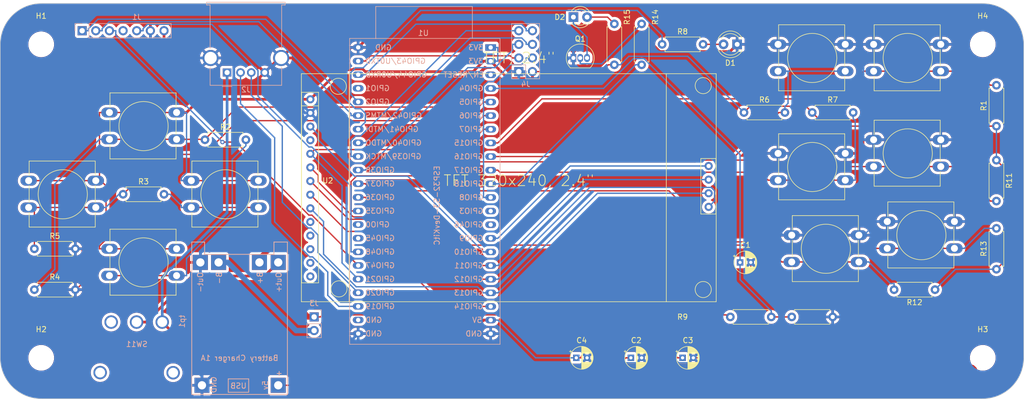
<source format=kicad_pcb>
(kicad_pcb (version 20221018) (generator pcbnew)
  (layers (0 "F.Cu" signal) (31 "B.Cu" signal) (34 "B.Paste" user) (35 "F.Paste" user) (36 "B.SilkS" user "B.Silkscreen") (37 "F.SilkS" user "F.Silkscreen") (38 "B.Mask" user) (39 "F.Mask" user) (44 "Edge.Cuts" user))
  (net 0 "")
  (net 2 "/BAT_CHARGE")
  (net 3 "Net-(tp1-5V)")
  (net 4 "/ESP_VCC")
  (net 5 "/I2S_LRC")
  (net 6 "/I2S_BCLK")
  (net 7 "/I2S_DIN")
  (net 9 "Net-(D2-K)")
  (net 10 "/C1101_GD00")
  (net 13 "/I2S_SD")
  (net 14 "/USB_D-")
  (net 15 "/USB_D+")
  (net 16 "/VBAT")
  (net 17 "Net-(J3-Pin_2)")
  (net 18 "/MENU")
  (net 19 "/GP_Y")
  (net 20 "Net-(SW2A-D)")
  (net 21 "/GP_X")
  (net 22 "Net-(SW4A-D)")
  (net 25 "/VOL")
  (net 26 "/C1101_CS")
  (net 27 "/SPI3_SCK")
  (net 28 "/SPI3_MOSI")
  (net 30 "/SPI3_MISO")
  (net 31 "/C1101_GD02")
  (net 32 "/SEL")
  (net 33 "/ACT_LED")
  (net 34 "/START")
  (net 35 "/BTN_B")
  (net 36 "/BTN_A")
  (net 37 "Net-(SW11-B)")
  (net 38 "/TFT_DC")
  (net 39 "/SD_CS")
  (net 41 "/TFT_CS")
  (net 42 "/MOSI")
  (net 43 "/SCK")
  (net 44 "/MISO")
  (net 45 "/TFT_LED")
  (net 52 "GND")
  (net 53 "Net-(D1-A)")
  (net 54 "/+3.3V")
  (net 56 "Net-(D2-A)")
  (net 57 "Net-(Q1-B)")
  (net 58 "/IR")
  (footprint "MountingHole:MountingHole_4.3mm_M4" (layer "F.Cu") (at 223.52 88.9)
    (fp_text reference "H3")
    (fp_text value "MountingHole")
  )
  (footprint "MountingHole:MountingHole_4.3mm_M4" (layer "F.Cu") (at 223.52 30.48)
    (fp_text reference "H4")
    (fp_text value "MountingHole")
  )
  (footprint "MountingHole:MountingHole_4.3mm_M4" (layer "F.Cu") (at 48.26 30.48)
    (fp_text reference "H1")
    (fp_text value "MountingHole")
  )
  (footprint "Resistor_THT:R_Axial_DIN0207_L6.3mm_D2.5mm_P7.62mm_Horizontal" (layer "F.Cu") (at 163.83 30.48)
    (fp_text reference "R8")
    (fp_text value "10K")
  )
  (footprint "Resistor_THT:R_Axial_DIN0207_L6.3mm_D2.5mm_P7.62mm_Horizontal" (layer "F.Cu") (at 214.63 76.2 180)
    (fp_text reference "R12")
    (fp_text value "10K")
  )
  (footprint "Button_Switch_THT:SW_PUSH-12mm" (layer "F.Cu") (at 60.96 43.18)
    (fp_text reference "SW1" hide)
    (fp_text value "SW_Push_Dual_UP")
  )
  (footprint "Button_Switch_THT:SW_PUSH-12mm" (layer "F.Cu") (at 187.96 66.04)
    (fp_text reference "SW9" hide)
    (fp_text value "SW_Push_Dual_BTN_B")
  )
  (footprint "Resistor_THT:R_Axial_DIN0207_L6.3mm_D2.5mm_P7.62mm_Horizontal" (layer "F.Cu") (at 176.53 81.28)
    (fp_text reference "R9")
    (fp_text value "100K")
  )
  (footprint "footprints:TFT-320x240" (layer "F.Cu") (at 96.685 57.2 -90)
    (fp_text reference "U2")
    (fp_text value "TFT_320x240")
  )
  (footprint "Resistor_THT:R_Axial_DIN0207_L6.3mm_D2.5mm_P7.62mm_Horizontal" (layer "F.Cu") (at 46.99 76.2)
    (fp_text reference "R4")
    (fp_text value "10K")
  )
  (footprint "Package_TO_SOT_THT:TO-92_Inline" (layer "F.Cu") (at 147.32 33.02)
    (fp_text reference "Q1")
    (fp_text value "2N3904")
  )
  (footprint "Resistor_THT:R_Axial_DIN0207_L6.3mm_D2.5mm_P7.62mm_Horizontal" (layer "F.Cu") (at 63.5 58.42)
    (fp_text reference "R3")
    (fp_text value "10K")
  )
  (footprint "Button_Switch_THT:SW_PUSH-12mm" (layer "F.Cu") (at 203.2 48.26)
    (fp_text reference "SW8" hide)
    (fp_text value "SW_Push_Dual_START")
  )
  (footprint "Resistor_THT:R_Axial_DIN0207_L6.3mm_D2.5mm_P7.62mm_Horizontal" (layer "F.Cu") (at 191.77 43.18)
    (fp_text reference "R7")
    (fp_text value "10K")
  )
  (footprint "Button_Switch_THT:SW_PUSH-12mm" (layer "F.Cu") (at 60.96 68.58)
    (fp_text reference "SW2" hide)
    (fp_text value "SW_Push_Dual_DOWN")
  )
  (footprint "Resistor_THT:R_Axial_DIN0207_L6.3mm_D2.5mm_P7.62mm_Horizontal" (layer "F.Cu") (at 226.06 45.72 90)
    (fp_text reference "R1")
    (fp_text value "10K")
  )
  (footprint "Resistor_THT:R_Axial_DIN0207_L6.3mm_D2.5mm_P7.62mm_Horizontal" (layer "F.Cu") (at 226.06 52.07 -90)
    (fp_text reference "R11")
    (fp_text value "10K")
  )
  (footprint "Resistor_THT:R_Axial_DIN0207_L6.3mm_D2.5mm_P7.62mm_Horizontal" (layer "F.Cu") (at 187.96 81.28)
    (fp_text reference "R10" hide)
    (fp_text value "100K")
  )
  (footprint "Capacitor_THT:CP_Radial_D4.0mm_P2.00mm" (layer "F.Cu") (at 158.02 88.9)
    (fp_text reference "C2")
    (fp_text value "4.7u")
  )
  (footprint "Resistor_THT:R_Axial_DIN0207_L6.3mm_D2.5mm_P7.62mm_Horizontal" (layer "F.Cu") (at 179.07 43.18)
    (fp_text reference "R6")
    (fp_text value "10K")
  )
  (footprint "Button_Switch_THT:SW_PUSH-12mm" (layer "F.Cu") (at 203.2 30.48)
    (fp_text reference "SW5" hide)
    (fp_text value "SW_Push_Dual_MENU")
  )
  (footprint "Resistor_THT:R_Axial_DIN0207_L6.3mm_D2.5mm_P7.62mm_Horizontal" (layer "F.Cu") (at 78.74 48.26)
    (fp_text reference "R2")
    (fp_text value "10K")
  )
  (footprint "LED_THT:LED_D3.0mm_IRBlack" (layer "F.Cu") (at 147.32 25.4)
    (fp_text reference "D2")
    (fp_text value "SFH4346")
  )
  (footprint "Button_Switch_THT:SW_PUSH-12mm" (layer "F.Cu") (at 185.42 30.48)
    (fp_text reference "SW6" hide)
    (fp_text value "SW_Push_VOLUME")
  )
  (footprint "Button_Switch_THT:SW_PUSH-12mm" (layer "F.Cu") (at 76.2 55.88)
    (fp_text reference "SW4" hide)
    (fp_text value "SW_Push_Dual_RIGHT")
  )
  (footprint "Resistor_THT:R_Axial_DIN0207_L6.3mm_D2.5mm_P7.62mm_Horizontal" (layer "F.Cu") (at 46.99 68.58)
    (fp_text reference "R5")
    (fp_text value "10K")
  )
  (footprint "Capacitor_THT:CP_Radial_D4.0mm_P2.00mm" (layer "F.Cu") (at 147.86 88.9)
    (fp_text reference "C4")
    (fp_text value "100nF")
  )
  (footprint "MountingHole:MountingHole_4.3mm_M4" (layer "F.Cu") (at 48.26 88.9)
    (fp_text reference "H2")
    (fp_text value "MountingHole")
  )
  (footprint "LED_THT:LED_D4.0mm" (layer "F.Cu") (at 177.8 30.48 180)
    (fp_text reference "D1")
    (fp_text value "LED")
  )
  (footprint "Capacitor_THT:CP_Radial_D4.0mm_P2.00mm" (layer "F.Cu") (at 178.34 71.12)
    (fp_text reference "C1")
    (fp_text value "100nF")
  )
  (footprint "Resistor_THT:R_Axial_DIN0207_L6.3mm_D2.5mm_P7.62mm_Horizontal" (layer "F.Cu") (at 154.94 26.67 -90)
    (fp_text reference "R15")
    (fp_text value "20")
  )
  (footprint "Resistor_THT:R_Axial_DIN0207_L6.3mm_D2.5mm_P7.62mm_Horizontal" (layer "F.Cu") (at 226.06 72.39 90)
    (fp_text reference "R13")
    (fp_text value "10K")
  )
  (footprint "Button_Switch_THT:SW_PUSH-12mm" (layer "F.Cu") (at 205.74 63.5)
    (fp_text reference "SW10" hide)
    (fp_text value "SW_Push_Dual_BTN_A")
  )
  (footprint "Button_Switch_THT:SW_PUSH-12mm" (layer "F.Cu") (at 45.92 55.88)
    (fp_text reference "SW3" hide)
    (fp_text value "SW_Push_Dual_LEFT")
  )
  (footprint "Capacitor_THT:CP_Radial_D4.0mm_P2.00mm" (layer "F.Cu") (at 167.64 88.9)
    (fp_text reference "C3")
    (fp_text value "1u")
  )
  (footprint "Button_Switch_THT:SW_PUSH-12mm" (layer "F.Cu") (at 185.42 50.8)
    (fp_text reference "SW7" hide)
    (fp_text value "SW_Push_Dual_SELECT" hide)
  )
  (footprint "Resistor_THT:R_Axial_DIN0207_L6.3mm_D2.5mm_P7.62mm_Horizontal" (layer "F.Cu") (at 160.02 26.67 -90)
    (fp_text reference "R14")
    (fp_text value "300")
  )
  (footprint "Connector_PinHeader_2.54mm:PinHeader_1x07_P2.54mm_Vertical" (layer "B.Cu") (at 55.88 27.94 -90)
    (fp_text reference "J1")
    (fp_text value "Conn_01x07_I2S")
  )
  (footprint "Connector_USB:USB_A_Molex_67643_Horizontal" (layer "B.Cu") (at 82.86 35.73)
    (fp_text reference "J2")
    (fp_text value "USB_A")
  )
  (footprint "footprints:TP4056-18650" (layer "B.Cu") (at 94.08 95.72 90)
    (fp_text reference "tp1")
    (fp_text value "~" hide)
  )
  (footprint "Connector_PinHeader_2.54mm:PinHeader_2x04_P2.54mm_Vertical" (layer "B.Cu") (at 137.16 35.56)
    (fp_text reference "J4")
    (fp_text value "Conn_02x04_C1101")
  )
  (footprint "Connector_PinHeader_2.54mm:PinHeader_1x02_P2.54mm_Vertical" (layer "B.Cu") (at 99.06 81.28 180)
    (fp_text reference "J3")
    (fp_text value "Conn_01x02")
  )
  (footprint "footprints:ESP32-S3-DevKitC-Ali" (layer "B.Cu") (at 132.08 30.48 180)
    (fp_text reference "U1")
    (fp_text value "ESP32-S3-DevKitC")
  )
  (footprint "Button_Switch_THT:Switch_Angled_5mm" (layer "B.Cu") (at 72.44 91.76 180)
    (fp_text reference "SW11")
    (fp_text value "SW_SPDT")
  )
  (gr_arc (start 231.14 88.9) (mid 228.908154 94.288154) (end 223.52 96.52) (stroke (width 0.1)) (layer "Edge.Cuts"))
  (gr_line (start 40.64 88.9) (end 40.64 30.48) (stroke (width 0.1)) (layer "Edge.Cuts"))
  (gr_line (start 231.14 30.48) (end 231.14 88.9) (stroke (width 0.1)) (layer "Edge.Cuts"))
  (gr_arc (start 40.64 30.48) (mid 42.871846 25.091846) (end 48.26 22.86) (stroke (width 0.1)) (layer "Edge.Cuts"))
  (gr_arc (start 48.26 96.52) (mid 42.871846 94.288154) (end 40.64 88.9) (stroke (width 0.1)) (layer "Edge.Cuts"))
  (gr_arc (start 223.52 22.86) (mid 228.908154 25.091846) (end 231.14 30.48) (stroke (width 0.1)) (layer "Edge.Cuts"))
  (gr_line (start 48.26 22.86) (end 223.52 22.86) (stroke (width 0.1)) (layer "Edge.Cuts"))
  (gr_line (start 223.52 96.52) (end 48.26 96.52) (stroke (width 0.1)) (layer "Edge.Cuts"))
  (gr_text "Ma®iunder One" (at 182.88 93.98) (layer "F.Cu") (effects (font (size 4 3.2) (thickness 0.64) bold) (justify left bottom)))
  (segment (start 187.96 81.28) (end 184.15 81.28) (width 0.25) (layer "F.Cu") (net 2))
  (segment (start 152.9408 38.69) (end 158.477 33.1538) (width 0.25) (layer "B.Cu") (net 2))
  (segment (start 158.477 33.1538) (end 160.4795 33.1538) (width 0.25) (layer "B.Cu") (net 2))
  (segment (start 178.34 74.3431) (end 184.15 80.1531) (width 0.25) (layer "B.Cu") (net 2))
  (segment (start 160.4795 33.1538) (end 178.34 51.0143) (width 0.25) (layer "B.Cu") (net 2))
  (segment (start 184.15 81.28) (end 184.15 80.1531) (width 0.25) (layer "B.Cu") (net 2))
  (segment (start 178.34 51.0143) (end 178.34 71.12) (width 0.25) (layer "B.Cu") (net 2))
  (segment (start 131.92 38.69) (end 152.9408 38.69) (width 0.25) (layer "B.Cu") (net 2))
  (segment (start 178.34 71.12) (end 178.34 74.3431) (width 0.25) (layer "B.Cu") (net 2))
  (segment (start 92.38 94.02) (end 151.9731 94.02) (width 0.25) (layer "F.Cu") (net 3))
  (segment (start 151.9731 94.02) (end 157.0931 88.9) (width 0.25) (layer "F.Cu") (net 3))
  (segment (start 158.02 88.9) (end 157.0931 88.9) (width 0.25) (layer "F.Cu") (net 3))
  (segment (start 70.79 82.24) (end 74.91 86.36) (width 0.5) (layer "F.Cu") (net 4))
  (segment (start 130.5968 81.8673) (end 131.9237 81.8673) (width 0.5) (layer "F.Cu") (net 4))
  (segment (start 126.1041 86.36) (end 130.5968 81.8673) (width 0.5) (layer "F.Cu") (net 4))
  (segment (start 147.86 88.9) (end 148.7869 88.9) (width 0.25) (layer "F.Cu") (net 4))
  (segment (start 148.7869 88.6393) (end 151.0662 86.36) (width 0.25) (layer "F.Cu") (net 4))
  (segment (start 74.91 86.36) (end 126.1041 86.36) (width 0.5) (layer "F.Cu") (net 4))
  (segment (start 151.0662 86.36) (end 164.1731 86.36) (width 0.25) (layer "F.Cu") (net 4))
  (segment (start 166.7131 88.9) (end 167.64 88.9) (width 0.25) (layer "F.Cu") (net 4))
  (segment (start 164.1731 86.36) (end 166.7131 88.9) (width 0.25) (layer "F.Cu") (net 4))
  (segment (start 148.7869 88.9) (end 148.7869 88.6393) (width 0.25) (layer "F.Cu") (net 4))
  (segment (start 70.79 73.926) (end 71.486 73.23) (width 0.5) (layer "B.Cu") (net 4))
  (segment (start 140.2833 88.9) (end 147.86 88.9) (width 0.25) (layer "B.Cu") (net 4))
  (segment (start 131.9237 81.8673) (end 133.2506 81.8673) (width 0.25) (layer "B.Cu") (net 4))
  (segment (start 72.511 72.205) (end 82.86 61.856) (width 0.5) (layer "B.Cu") (net 4))
  (segment (start 82.86 61.856) (end 82.86 35.73) (width 0.5) (layer "B.Cu") (net 4))
  (segment (start 70.79 82.24) (end 70.79 73.926) (width 0.5) (layer "B.Cu") (net 4))
  (segment (start 133.2506 81.8673) (end 140.2833 88.9) (width 0.25) (layer "B.Cu") (net 4))
  (segment (start 71.486 73.010456) (end 72.291456 72.205) (width 0.5) (layer "B.Cu") (net 4))
  (segment (start 71.486 73.23) (end 71.486 73.010456) (width 0.5) (layer "B.Cu") (net 4))
  (segment (start 72.291456 72.205) (end 72.511 72.205) (width 0.5) (layer "B.Cu") (net 4))
  (segment (start 58.8327 25.7964) (end 57.0569 27.5722) (width 0.25) (layer "B.Cu") (net 5))
  (segment (start 108.5907 44.9593) (end 108.5907 43.3315) (width 0.25) (layer "B.Cu") (net 5))
  (segment (start 55.88 27.94) (end 57.0569 27.94) (width 0.25) (layer "B.Cu") (net 5))
  (segment (start 106.7298 42.48) (end 90.0462 25.7964) (width 0.25) (layer "B.Cu") (net 5))
  (segment (start 90.0462 25.7964) (end 58.8327 25.7964) (width 0.25) (layer "B.Cu") (net 5))
  (segment (start 107.26 46.29) (end 108.5907 44.9593) (width 0.25) (layer "B.Cu") (net 5))
  (segment (start 57.0569 27.5722) (end 57.0569 27.94) (width 0.25) (layer "B.Cu") (net 5))
  (segment (start 108.5907 43.3315) (end 107.7392 42.48) (width 0.25) (layer "B.Cu") (net 5))
  (segment (start 107.7392 42.48) (end 106.7298 42.48) (width 0.25) (layer "B.Cu") (net 5))
  (segment (start 105.9331 43.4183) (end 88.788 26.2732) (width 0.25) (layer "B.Cu") (net 6))
  (segment (start 105.9331 43.75) (end 105.9331 43.4183) (width 0.25) (layer "B.Cu") (net 6))
  (segment (start 88.788 26.2732) (end 60.8979 26.2732) (width 0.25) (layer "B.Cu") (net 6))
  (segment (start 59.5969 27.5742) (end 59.5969 27.94) (width 0.25) (layer "B.Cu") (net 6))
  (segment (start 107.26 43.75) (end 105.9331 43.75) (width 0.25) (layer "B.Cu") (net 6))
  (segment (start 58.42 27.94) (end 59.5969 27.94) (width 0.25) (layer "B.Cu") (net 6))
  (segment (start 60.8979 26.2732) (end 59.5969 27.5742) (width 0.25) (layer "B.Cu") (net 6))
  (segment (start 104.14 67.7959) (end 98.6541 62.31) (width 0.25) (layer "F.Cu") (net 7))
  (segment (start 107.26 71.69) (end 107.25 71.69) (width 0.25) (layer "F.Cu") (net 7))
  (segment (start 104.14 68.58) (end 104.14 67.7959) (width 0.25) (layer "F.Cu") (net 7))
  (segment (start 107.25 71.69) (end 104.14 68.58) (width 0.25) (layer "F.Cu") (net 7))
  (segment (start 84.4613 48.6955) (end 82.0027 48.6955) (width 0.25) (layer "F.Cu") (net 7))
  (segment (start 98.6541 62.31) (end 98.0758 62.31) (width 0.25) (layer "F.Cu") (net 7))
  (segment (start 98.0758 62.31) (end 84.4613 48.6955) (width 0.25) (layer "F.Cu") (net 7))
  (via (at 82.0027 48.6955) (size 0.8) (drill 0.4) (layers "F.Cu" "B.Cu") (net 7))
  (segment (start 62.1369 28.8297) (end 62.1369 27.94) (width 0.25) (layer "B.Cu") (net 7))
  (segment (start 60.96 27.94) (end 62.1369 27.94) (width 0.25) (layer "B.Cu") (net 7))
  (segment (start 82.0027 48.6955) (end 62.1369 28.8297) (width 0.25) (layer "B.Cu") (net 7))
  (segment (start 149.86 29.1669) (end 149.86 33.02) (width 0.25) (layer "B.Cu") (net 9))
  (segment (start 147.32 25.4) (end 147.32 26.6269) (width 0.25) (layer "B.Cu") (net 9))
  (segment (start 147.32 26.6269) (end 149.86 29.1669) (width 0.25) (layer "B.Cu") (net 9))
  (segment (start 135.5847 32.6216) (end 135.9831 33.02) (width 0.25) (layer "F.Cu") (net 10))
  (segment (start 107.26 33.59) (end 108.5869 33.59) (width 0.25) (layer "F.Cu") (net 10))
  (segment (start 108.5869 33.59) (end 109.5553 32.6216) (width 0.25) (layer "F.Cu") (net 10))
  (segment (start 137.16 33.02) (end 135.9831 33.02) (width 0.25) (layer "F.Cu") (net 10))
  (segment (start 109.5553 32.6216) (end 135.5847 32.6216) (width 0.25) (layer "F.Cu") (net 10))
  (segment (start 66.04 27.94) (end 67.2169 27.94) (width 0.25) (layer "B.Cu") (net 13))
  (segment (start 98.6313 49.61) (end 98.0895 49.61) (width 0.25) (layer "B.Cu") (net 13))
  (segment (start 107.26 69.15) (end 105.9331 69.15) (width 0.25) (layer "B.Cu") (net 13))
  (segment (start 68.0463 26.7448) (end 67.2169 27.5742) (width 0.25) (layer "B.Cu") (net 13))
  (segment (start 88.61 35.3599) (end 79.9949 26.7448) (width 0.25) (layer "B.Cu") (net 13))
  (segment (start 67.2169 27.5742) (end 67.2169 27.94) (width 0.25) (layer "B.Cu") (net 13))
  (segment (start 79.9949 26.7448) (end 68.0463 26.7448) (width 0.25) (layer "B.Cu") (net 13))
  (segment (start 105.9331 56.9118) (end 98.6313 49.61) (width 0.25) (layer "B.Cu") (net 13))
  (segment (start 105.9331 69.15) (end 105.9331 56.9118) (width 0.25) (layer "B.Cu") (net 13))
  (segment (start 98.0895 49.61) (end 88.61 40.1305) (width 0.25) (layer "B.Cu") (net 13))
  (segment (start 88.61 40.1305) (end 88.61 35.3599) (width 0.25) (layer "B.Cu") (net 13))
  (segment (start 98.2469 70.0893) (end 98.7673 70.0893) (width 0.25) (layer "B.Cu") (net 14))
  (segment (start 85.36 41.5306) (end 91.7131 47.8837) (width 0.25) (layer "B.Cu") (net 14))
  (segment (start 91.7131 47.8837) (end 91.7131 63.5555) (width 0.25) (layer "B.Cu") (net 14))
  (segment (start 91.7131 63.5555) (end 98.2469 70.0893) (width 0.25) (layer "B.Cu") (net 14))
  (segment (start 101.6 72.922) (end 101.6 77.2551) (width 0.25) (layer "B.Cu") (net 14))
  (segment (start 98.7673 70.0893) (end 101.6 72.922) (width 0.25) (layer "B.Cu") (net 14))
  (segment (start 103.6549 79.31) (end 107.26 79.31) (width 0.25) (layer "B.Cu") (net 14))
  (segment (start 85.36 35.73) (end 85.36 41.5306) (width 0.25) (layer "B.Cu") (net 14))
  (segment (start 101.6 77.2551) (end 103.6549 79.31) (width 0.25) (layer "B.Cu") (net 14))
  (segment (start 87.36 35.73) (end 87.36 39.9664) (width 0.25) (layer "B.Cu") (net 15))
  (segment (start 98.4912 64.7099) (end 99.7826 66.0013) (width 0.25) (layer "B.Cu") (net 15))
  (segment (start 87.36 39.9664) (end 93.1332 45.7396) (width 0.25) (layer "B.Cu") (net 15))
  (segment (start 99.7826 69.2926) (end 107.26 76.77) (width 0.25) (layer "B.Cu") (net 15))
  (segment (start 93.1332 45.7396) (end 93.1332 59.9031) (width 0.25) (layer "B.Cu") (net 15))
  (segment (start 99.7826 66.0013) (end 99.7826 69.2926) (width 0.25) (layer "B.Cu") (net 15))
  (segment (start 93.1332 59.9031) (end 97.94 64.7099) (width 0.25) (layer "B.Cu") (net 15))
  (segment (start 97.94 64.7099) (end 98.4912 64.7099) (width 0.25) (layer "B.Cu") (net 15))
  (segment (start 176.155 80.905) (end 100.6119 80.905) (width 0.25) (layer "F.Cu") (net 16))
  (segment (start 96.52 79.84) (end 96.52 71.12) (width 1) (layer "F.Cu") (net 16))
  (segment (start 99.06 81.28) (end 100.2369 81.28) (width 0.25) (layer "F.Cu") (net 16))
  (segment (start 96.52 71.12) (end 93.98 68.58) (width 1) (layer "F.Cu") (net 16))
  (segment (start 100.6119 80.905) (end 100.2369 81.28) (width 0.25) (layer "F.Cu") (net 16))
  (segment (start 90.72 68.58) (end 88.88 70.42) (width 1) (layer "F.Cu") (net 16))
  (segment (start 97.96 81.28) (end 96.52 79.84) (width 1) (layer "F.Cu") (net 16))
  (segment (start 176.53 81.28) (end 176.155 80.905) (width 0.25) (layer "F.Cu") (net 16))
  (segment (start 88.88 70.42) (end 88.88 71.12) (width 1) (layer "F.Cu") (net 16))
  (segment (start 99.06 81.28) (end 97.96 81.28) (width 1) (layer "F.Cu") (net 16))
  (segment (start 93.98 68.58) (end 90.72 68.58) (width 1) (layer "F.Cu") (net 16))
  (segment (start 81.28 71.12) (end 83.0069 71.12) (width 1) (layer "B.Cu") (net 17))
  (segment (start 95.7069 83.82) (end 99.06 83.82) (width 1) (layer "B.Cu") (net 17))
  (segment (start 83.0069 71.12) (end 95.7069 83.82) (width 1) (layer "B.Cu") (net 17))
  (segment (start 133.2469 48.85) (end 141.4569 40.64) (width 0.25) (layer "F.Cu") (net 18))
  (segment (start 196.1891 40.64) (end 201.3491 35.48) (width 0.25) (layer "F.Cu") (net 18))
  (segment (start 141.4569 40.64) (end 196.1891 40.64) (width 0.25) (layer "F.Cu") (net 18))
  (segment (start 203.2 35.48) (end 215.7 35.48) (width 0.25) (layer "F.Cu") (net 18))
  (segment (start 215.7 35.48) (end 222.3131 35.48) (width 0.25) (layer "F.Cu") (net 18))
  (segment (start 201.3491 35.48) (end 203.2 35.48) (width 0.25) (layer "F.Cu") (net 18))
  (segment (start 226.06 38.1) (end 224.9331 38.1) (width 0.25) (layer "F.Cu") (net 18))
  (segment (start 131.92 48.85) (end 133.2469 48.85) (width 0.25) (layer "F.Cu") (net 18))
  (segment (start 222.3131 35.48) (end 224.9331 38.1) (width 0.25) (layer "F.Cu") (net 18))
  (segment (start 60.96 48.18) (end 73.46 48.18) (width 0.25) (layer "F.Cu") (net 19))
  (segment (start 73.46 48.18) (end 75.3109 48.18) (width 0.25) (layer "F.Cu") (net 19))
  (segment (start 84.7526 42.1674) (end 78.74 48.18) (width 0.25) (layer "F.Cu") (net 19))
  (segment (start 130.5931 41.23) (end 129.6557 42.1674) (width 0.25) (layer "F.Cu") (net 19))
  (segment (start 78.74 48.18) (end 78.74 48.26) (width 0.25) (layer "F.Cu") (net 19))
  (segment (start 129.6557 42.1674) (end 84.7526 42.1674) (width 0.25) (layer "F.Cu") (net 19))
  (segment (start 131.92 41.23) (end 130.5931 41.23) (width 0.25) (layer "F.Cu") (net 19))
  (segment (start 78.74 48.18) (end 75.3109 48.18) (width 0.25) (layer "F.Cu") (net 19))
  (segment (start 60.96 48.18) (end 59.1091 48.18) (width 0.25) (layer "B.Cu") (net 19))
  (segment (start 59.1091 48.18) (end 50.8 56.4891) (width 0.25) (layer "B.Cu") (net 19))
  (segment (start 50.8 72.39) (end 46.99 76.2) (width 0.25) (layer "B.Cu") (net 19))
  (segment (start 50.8 56.4891) (end 50.8 72.39) (width 0.25) (layer "B.Cu") (net 19))
  (segment (start 73.46 73.58) (end 60.96 73.58) (width 0.25) (layer "F.Cu") (net 20))
  (segment (start 83.82 51.9269) (end 83.82 61.8659) (width 0.25) (layer "B.Cu") (net 20))
  (segment (start 83.82 61.8659) (end 75.3109 70.375) (width 0.25) (layer "B.Cu") (net 20))
  (segment (start 86.36 49.3869) (end 83.82 51.9269) (width 0.25) (layer "B.Cu") (net 20))
  (segment (start 75.3109 70.375) (end 75.3109 73.58) (width 0.25) (layer "B.Cu") (net 20))
  (segment (start 75.3109 73.58) (end 73.46 73.58) (width 0.25) (layer "B.Cu") (net 20))
  (segment (start 86.36 48.26) (end 86.36 49.3869) (width 0.25) (layer "B.Cu") (net 20))
  (segment (start 45.92 60.88) (end 46.99 60.88) (width 0.25) (layer "F.Cu") (net 21))
  (segment (start 84.8848 44.7074) (end 78.6062 50.986) (width 0.25) (layer "F.Cu") (net 21))
  (segment (start 46.99 60.88) (end 58.42 60.88) (width 0.25) (layer "F.Cu") (net 21))
  (segment (start 130.5931 43.77) (end 129.6557 44.7074) (width 0.25) (layer "F.Cu") (net 21))
  (segment (start 129.6557 44.7074) (end 84.8848 44.7074) (width 0.25) (layer "F.Cu") (net 21))
  (segment (start 70.934 50.986) (end 63.5 58.42) (width 0.25) (layer "F.Cu") (net 21))
  (segment (start 78.6062 50.986) (end 70.934 50.986) (width 0.25) (layer "F.Cu") (net 21))
  (segment (start 46.99 60.88) (end 46.99 68.58) (width 0.25) (layer "F.Cu") (net 21))
  (segment (start 131.92 43.77) (end 130.5931 43.77) (width 0.25) (layer "F.Cu") (net 21))
  (segment (start 62.7309 58.42) (end 63.5 58.42) (width 0.25) (layer "B.Cu") (net 21))
  (segment (start 58.42 60.88) (end 60.2709 60.88) (width 0.25) (layer "B.Cu") (net 21))
  (segment (start 60.2709 60.88) (end 62.7309 58.42) (width 0.25) (layer "B.Cu") (net 21))
  (segment (start 88.7 60.88) (end 76.2 60.88) (width 0.25) (layer "F.Cu") (net 22))
  (segment (start 71.12 58.42) (end 72.2469 58.42) (width 0.25) (layer "B.Cu") (net 22))
  (segment (start 76.2 60.88) (end 74.3491 60.88) (width 0.25) (layer "B.Cu") (net 22))
  (segment (start 74.3491 60.5222) (end 72.2469 58.42) (width 0.25) (layer "B.Cu") (net 22))
  (segment (start 74.3491 60.88) (end 74.3491 60.5222) (width 0.25) (layer "B.Cu") (net 22))
  (segment (start 177.3531 51.39) (end 131.92 51.39) (width 0.25) (layer "F.Cu") (net 25))
  (segment (start 185.5631 43.18) (end 177.3531 51.39) (width 0.25) (layer "F.Cu") (net 25))
  (segment (start 186.69 43.18) (end 185.5631 43.18) (width 0.25) (layer "F.Cu") (net 25))
  (segment (start 186.69 42.0531) (end 187.2709 41.4722) (width 0.25) (layer "B.Cu") (net 25))
  (segment (start 187.2709 41.4722) (end 187.2709 35.48) (width 0.25) (layer "B.Cu") (net 25))
  (segment (start 185.42 35.48) (end 187.2709 35.48) (width 0.25) (layer "B.Cu") (net 25))
  (segment (start 197.92 35.48) (end 187.2709 35.48) (width 0.25) (layer "B.Cu") (net 25))
  (segment (start 186.69 43.18) (end 186.69 42.0531) (width 0.25) (layer "B.Cu") (net 25))
  (segment (start 130.5931 59.01) (end 130.5931 38.2599) (width 0.25) (layer "B.Cu") (net 26))
  (segment (start 135.5698 34.29) (end 137.6189 34.29) (width 0.25) (layer "B.Cu") (net 26))
  (segment (start 130.5931 38.2599) (end 131.433 37.42) (width 0.25) (layer "B.Cu") (net 26))
  (segment (start 132.4398 37.42) (end 135.5698 34.29) (width 0.25) (layer "B.Cu") (net 26))
  (segment (start 131.92 59.01) (end 130.5931 59.01) (width 0.25) (layer "B.Cu") (net 26))
  (segment (start 139.7 33.02) (end 138.5231 33.02) (width 0.25) (layer "B.Cu") (net 26))
  (segment (start 131.433 37.42) (end 132.4398 37.42) (width 0.25) (layer "B.Cu") (net 26))
  (segment (start 138.5231 33.3858) (end 138.5231 33.02) (width 0.25) (layer "B.Cu") (net 26))
  (segment (start 137.6189 34.29) (end 138.5231 33.3858) (width 0.25) (layer "B.Cu") (net 26))
  (segment (start 107.26 53.91) (end 108.5869 53.91) (width 0.25) (layer "B.Cu") (net 27))
  (segment (start 137.16 30.48) (end 135.9831 30.48) (width 0.25) (layer "B.Cu") (net 27))
  (segment (start 108.5869 53.91) (end 127.6765 34.8204) (width 0.25) (layer "B.Cu") (net 27))
  (segment (start 132.7334 34.8204) (end 135.9831 31.5707) (width 0.25) (layer "B.Cu") (net 27))
  (segment (start 135.9831 31.5707) (end 135.9831 30.48) (width 0.25) (layer "B.Cu") (net 27))
  (segment (start 127.6765 34.8204) (end 132.7334 34.8204) (width 0.25) (layer "B.Cu") (net 27))
  (segment (start 139.7 30.48) (end 138.5231 30.48) (width 0.25) (layer "B.Cu") (net 28))
  (segment (start 107.26 48.83) (end 108.5869 48.83) (width 0.25) (layer "B.Cu") (net 28))
  (segment (start 128.1275 29.2894) (end 137.6983 29.2894) (width 0.25) (layer "B.Cu") (net 28))
  (segment (start 108.5869 48.83) (end 128.1275 29.2894) (width 0.25) (layer "B.Cu") (net 28))
  (segment (start 138.5231 30.1142) (end 138.5231 30.48) (width 0.25) (layer "B.Cu") (net 28))
  (segment (start 137.6983 29.2894) (end 138.5231 30.1142) (width 0.25) (layer "B.Cu") (net 28))
  (segment (start 127.3365 27.94) (end 137.16 27.94) (width 0.25) (layer "B.Cu") (net 30))
  (segment (start 105.9331 51.37) (end 105.9331 48.4299) (width 0.25) (layer "B.Cu") (net 30))
  (segment (start 106.803 47.56) (end 107.7165 47.56) (width 0.25) (layer "B.Cu") (net 30))
  (segment (start 107.7165 47.56) (end 127.3365 27.94) (width 0.25) (layer "B.Cu") (net 30))
  (segment (start 105.9331 48.4299) (end 106.803 47.56) (width 0.25) (layer "B.Cu") (net 30))
  (segment (start 107.26 51.37) (end 105.9331 51.37) (width 0.25) (layer "B.Cu") (net 30))
  (segment (start 138.5231 27.5742) (end 138.5231 27.94) (width 0.25) (layer "B.Cu") (net 31))
  (segment (start 118.0034 26.7135) (end 137.6624 26.7135) (width 0.25) (layer "B.Cu") (net 31))
  (segment (start 107.26 36.13) (end 108.5869 36.13) (width 0.25) (layer "B.Cu") (net 31))
  (segment (start 108.5869 36.13) (end 118.0034 26.7135) (width 0.25) (layer "B.Cu") (net 31))
  (segment (start 137.6624 26.7135) (end 138.5231 27.5742) (width 0.25) (layer "B.Cu") (net 31))
  (segment (start 139.7 27.94) (end 138.5231 27.94) (width 0.25) (layer "B.Cu") (net 31))
  (segment (start 182.0833 54.3142) (end 183.5691 55.8) (width 0.25) (layer "F.Cu") (net 32))
  (segment (start 197.92 55.8) (end 185.42 55.8) (width 0.25) (layer "F.Cu") (net 32))
  (segment (start 133.2469 53.93) (end 133.6311 54.3142) (width 0.25) (layer "F.Cu") (net 32))
  (segment (start 131.92 53.93) (end 133.2469 53.93) (width 0.25) (layer "F.Cu") (net 32))
  (segment (start 133.6311 54.3142) (end 182.0833 54.3142) (width 0.25) (layer "F.Cu") (net 32))
  (segment (start 185.42 55.8) (end 183.5691 55.8) (width 0.25) (layer "F.Cu") (net 32))
  (segment (start 199.7709 55.8) (end 199.7709 44.6878) (width 0.25) (layer "B.Cu") (net 32))
  (segment (start 199.7709 44.6878) (end 199.39 44.3069) (width 0.25) (layer "B.Cu") (net 32))
  (segment (start 199.39 43.18) (end 199.39 44.3069) (width 0.25) (layer "B.Cu") (net 32))
  (segment (start 197.92 55.8) (end 199.7709 55.8) (width 0.25) (layer "B.Cu") (net 32))
  (segment (start 105.9002 35.7012) (end 106.7414 34.86) (width 0.25) (layer "B.Cu") (net 33))
  (segment (start 163.83 28.8003) (end 163.83 30.48) (width 0.25) (layer "B.Cu") (net 33))
  (segment (start 108.1942 34.86) (end 118.8863 24.1679) (width 0.25) (layer "B.Cu") (net 33))
  (segment (start 106.7414 34.86) (end 108.1942 34.86) (width 0.25) (layer "B.Cu") (net 33))
  (segment (start 118.8863 24.1679) (end 159.1976 24.1679) (width 0.25) (layer "B.Cu") (net 33))
  (segment (start 159.1976 24.1679) (end 163.83 28.8003) (width 0.25) (layer "B.Cu") (net 33))
  (segment (start 107.26 41.21) (end 105.9002 39.8502) (width 0.25) (layer "B.Cu") (net 33))
  (segment (start 105.9002 39.8502) (end 105.9002 35.7012) (width 0.25) (layer "B.Cu") (net 33))
  (segment (start 107.26 61.53) (end 105.9331 61.53) (width 0.25) (layer "F.Cu") (net 34))
  (segment (start 181.666 53.26) (end 203.2 53.26) (width 0.25) (layer "F.Cu") (net 34))
  (segment (start 105.9331 56.0548) (end 107.0042 54.9837) (width 0.25) (layer "F.Cu") (net 34))
  (segment (start 180.4564 52.0504) (end 181.666 53.26) (width 0.25) (layer "F.Cu") (net 34))
  (segment (start 170.326 52.0504) (end 180.4564 52.0504) (width 0.25) (layer "F.Cu") (net 34))
  (segment (start 215.7 53.26) (end 218.5031 53.26) (width 0.25) (layer "F.Cu") (net 34))
  (segment (start 170.0033 52.3731) (end 170.326 52.0504) (width 0.25) (layer "F.Cu") (net 34))
  (segment (start 226.06 59.69) (end 224.9331 59.69) (width 0.25) (layer "F.Cu") (net 34))
  (segment (start 203.2 53.26) (end 215.7 53.26) (width 0.25) (layer "F.Cu") (net 34))
  (segment (start 218.5031 53.26) (end 224.9331 59.69) (width 0.25) (layer "F.Cu") (net 34))
  (segment (start 107.0042 54.9837) (end 124.8784 54.9837) (width 0.25) (layer "F.Cu") (net 34))
  (segment (start 127.489 52.3731) (end 170.0033 52.3731) (width 0.25) (layer "F.Cu") (net 34))
  (segment (start 105.9331 61.53) (end 105.9331 56.0548) (width 0.25) (layer "F.Cu") (net 34))
  (segment (start 124.8784 54.9837) (end 127.489 52.3731) (width 0.25) (layer "F.Cu") (net 34))
  (segment (start 182.9669 67.9) (end 117.4969 67.9) (width 0.25) (layer "F.Cu") (net 35))
  (segment (start 186.1091 71.04) (end 186.1069 71.04) (width 0.25) (layer "F.Cu") (net 35))
  (segment (start 107.26 58.99) (end 108.5869 58.99) (width 0.25) (layer "F.Cu") (net 35))
  (segment (start 187.96 71.04) (end 186.1091 71.04) (width 0.25) (layer "F.Cu") (net 35))
  (segment (start 186.1069 71.04) (end 182.9669 67.9) (width 0.25) (layer "F.Cu") (net 35))
  (segment (start 117.4969 67.9) (end 108.5869 58.99) (width 0.25) (layer "F.Cu") (net 35))
  (segment (start 187.96 71.04) (end 200.46 71.04) (width 0.25) (layer "F.Cu") (net 35))
  (segment (start 200.46 71.04) (end 202.3109 71.04) (width 0.25) (layer "B.Cu") (net 35))
  (segment (start 202.3109 71.04) (end 206.344 75.0731) (width 0.25) (layer "B.Cu") (net 35))
  (segment (start 206.344 75.0731) (end 207.01 75.0731) (width 0.25) (layer "B.Cu") (net 35))
  (segment (start 207.01 76.2) (end 207.01 75.0731) (width 0.25) (layer "B.Cu") (net 35))
  (segment (start 165.1065 57.7769) (end 174.62 67.2904) (width 0.25) (layer "F.Cu") (net 36))
  (segment (start 109.9138 57.7769) (end 165.1065 57.7769) (width 0.25) (layer "F.Cu") (net 36))
  (segment (start 182.9964 67.2904) (end 184.206 68.5) (width 0.25) (layer "F.Cu") (net 36))
  (segment (start 107.26 56.45) (end 108.5869 56.45) (width 0.25) (layer "F.Cu") (net 36))
  (segment (start 184.206 68.5) (end 205.74 68.5) (width 0.25) (layer "F.Cu") (net 36))
  (segment (start 174.62 67.2904) (end 182.9964 67.2904) (width 0.25) (layer "F.Cu") (net 36))
  (segment (start 205.74 68.5) (end 218.24 68.5) (width 0.25) (layer "F.Cu") (net 36))
  (segment (start 108.5869 56.45) (end 109.9138 57.7769) (width 0.25) (layer "F.Cu") (net 36))
  (segment (start 218.24 68.5) (end 220.0909 68.5) (width 0.25) (layer "B.Cu") (net 36))
  (segment (start 220.0909 68.5) (end 223.8209 64.77) (width 0.25) (layer "B.Cu") (net 36))
  (segment (start 223.8209 64.77) (end 226.06 64.77) (width 0.25) (layer "B.Cu") (net 36))
  (segment (start 89.84 73.66) (end 92.38 71.12) (width 0.5) (layer "F.Cu") (net 37))
  (segment (start 66.01 82.24) (end 67.777766 82.24) (width 0.5) (layer "F.Cu") (net 37))
  (segment (start 67.777766 82.24) (end 76.357766 73.66) (width 0.5) (layer "F.Cu") (net 37))
  (segment (start 76.357766 73.66) (end 89.84 73.66) (width 0.5) (layer "F.Cu") (net 37))
  (segment (start 131.92 46.31) (end 130.5931 46.31) (width 0.25) (layer "F.Cu") (net 38))
  (segment (start 99.135 50.1) (end 126.8031 50.1) (width 0.25) (layer "F.Cu") (net 38))
  (segment (start 98.355 50.88) (end 99.135 50.1) (width 0.25) (layer "F.Cu") (net 38))
  (segment (start 126.8031 50.1) (end 130.5931 46.31) (width 0.25) (layer "F.Cu") (net 38))
  (segment (start 104.2579 56.7829) (end 98.355 50.88) (width 0.25) (layer "B.Cu") (net 38))
  (segment (start 107.26 74.23) (end 104.2579 71.2279) (width 0.25) (layer "B.Cu") (net 38))
  (segment (start 104.2579 71.2279) (end 104.2579 56.7829) (width 0.25) (layer "B.Cu") (net 38))
  (segment (start 133.2469 66.63) (end 146.7269 53.15) (width 0.25) (layer "B.Cu") (net 39))
  (segment (start 146.7269 53.15) (end 172.495 53.15) (width 0.25) (layer "B.Cu") (net 39))
  (segment (start 131.92 66.63) (end 133.2469 66.63) (width 0.25) (layer "B.Cu") (net 39))
  (segment (start 131.92 69.17) (end 130.5931 69.17) (width 0.25) (layer "B.Cu") (net 41))
  (segment (start 116.4735 55.0504) (end 106.5863 55.0504) (width 0.25) (layer "B.Cu") (net 41))
  (segment (start 106.5863 55.0504) (end 99.8196 48.2837) (width 0.25) (layer "B.Cu") (net 41))
  (segment (start 99.8196 47.2646) (end 98.355 45.8) (width 0.25) (layer "B.Cu") (net 41))
  (segment (start 99.8196 48.2837) (end 99.8196 47.2646) (width 0.25) (layer "B.Cu") (net 41))
  (segment (start 130.5931 69.17) (end 116.4735 55.0504) (width 0.25) (layer "B.Cu") (net 41))
  (segment (start 109.3927 62.6277) (end 106.3226 62.6277) (width 0.25) (layer "F.Cu") (net 42))
  (segment (start 106.3226 62.6277) (end 99.8196 56.1247) (width 0.25) (layer "F.Cu") (net 42))
  (segment (start 118.475 71.71) (end 109.3927 62.6277) (width 0.25) (layer "F.Cu") (net 42))
  (segment (start 99.8196 54.8846) (end 98.355 53.42) (width 0.25) (layer "F.Cu") (net 42))
  (segment (start 131.92 71.71) (end 118.475 71.71) (width 0.25) (layer "F.Cu") (net 42))
  (segment (start 99.8196 56.1247) (end 99.8196 54.8846) (width 0.25) (layer "F.Cu") (net 42))
  (segment (start 131.92 71.71) (end 133.2469 71.71) (width 0.25) (layer "B.Cu") (net 42))
  (segment (start 133.2469 71.71) (end 149.2669 55.69) (width 0.25) (layer "B.Cu") (net 42))
  (segment (start 149.2669 55.69) (end 172.495 55.69) (width 0.25) (layer "B.Cu") (net 42))
  (segment (start 131.92 74.25) (end 120.1904 74.25) (width 0.25) (layer "F.Cu") (net 43))
  (segment (start 120.1904 74.25) (end 109.02 63.0796) (width 0.25) (layer "F.Cu") (net 43))
  (segment (start 105.4746 63.0796) (end 98.355 55.96) (width 0.25) (layer "F.Cu") (net 43))
  (segment (start 109.02 63.0796) (end 105.4746 63.0796) (width 0.25) (layer "F.Cu") (net 43))
  (segment (start 172.9617 57.1402) (end 173.5833 57.7618) (width 0.25) (layer "B.Cu") (net 43))
  (segment (start 150.3567 57.1402) (end 172.9617 57.1402) (width 0.25) (layer "B.Cu") (net 43))
  (segment (start 173.5833 59.6817) (end 172.495 60.77) (width 0.25) (layer "B.Cu") (net 43))
  (segment (start 173.5833 57.7618) (end 173.5833 59.6817) (width 0.25) (layer "B.Cu") (net 43))
  (segment (start 131.92 74.25) (end 133.2469 74.25) (width 0.25) (layer "B.Cu") (net 43))
  (segment (start 133.2469 74.25) (end 150.3567 57.1402) (width 0.25) (layer "B.Cu") (net 43))
  (segment (start 100.8141 63.4991) (end 100.8141 69.59) (width 0.25) (layer "B.Cu") (net 44))
  (segment (start 100.8141 69.59) (end 106.8834 75.6593) (width 0.25) (layer "B.Cu") (net 44))
  (segment (start 151.8069 58.23) (end 133.2469 76.79) (width 0.25) (layer "B.Cu") (net 44))
  (segment (start 98.355 61.04) (end 100.8141 63.4991) (width 0.25) (layer "B.Cu") (net 44))
  (segment (start 131.92 76.79) (end 130.5931 76.79) (width 0.25) (layer "B.Cu") (net 44))
  (segment (start 131.92 76.79) (end 133.2469 76.79) (width 0.25) (layer "B.Cu") (net 44))
  (segment (start 129.4624 75.6593) (end 130.5931 76.79) (width 0.25) (layer "B.Cu") (net 44))
  (segment (start 106.8834 75.6593) (end 129.4624 75.6593) (width 0.25) (layer "B.Cu") (net 44))
  (segment (start 172.495 58.23) (end 151.8069 58.23) (width 0.25) (layer "B.Cu") (net 44))
  (segment (start 131.9237 79.3273) (end 123.3448 79.3273) (width 0.25) (layer "F.Cu") (net 45))
  (segment (start 105.195 65.34) (end 98.355 58.5) (width 0.25) (layer "F.Cu") (net 45))
  (segment (start 109.3575 65.34) (end 105.195 65.34) (width 0.25) (layer "F.Cu") (net 45))
  (segment (start 123.3448 79.3273) (end 109.3575 65.34) (width 0.25) (layer "F.Cu") (net 45))
  (segment (start 92.93 33.02) (end 92.57 33.02) (width 0.25) (layer "F.Cu") (net 52))
  (segment (start 54.61 76.2) (end 54.7531 76.2) (width 0.25) (layer "F.Cu") (net 52))
  (segment (start 203.2 48.26) (end 201.3491 48.26) (width 0.25) (layer "F.Cu") (net 52))
  (segment (start 169.64 88.9) (end 175.26 88.9) (width 0.25) (layer "F.Cu") (net 52))
  (segment (start 180.34 83.82) (end 180.34 71.12) (width 0.25) (layer "F.Cu") (net 52))
  (segment (start 177.8 30.48) (end 185.42 30.48) (width 0.25) (layer "F.Cu") (net 52))
  (segment (start 218.24 63.5) (end 205.74 63.5) (width 0.25) (layer "F.Cu") (net 52))
  (segment (start 163.412233 31.83) (end 162.062233 30.48) (width 0.5) (layer "F.Cu") (net 52))
  (segment (start 92.57 33.02) (end 89.86 35.73) (width 0.5) (layer "F.Cu") (net 52))
  (segment (start 147.32 32.0065) (end 147.32 31.9431) (width 0.25) (layer "F.Cu") (net 52))
  (segment (start 215.7 48.26) (end 203.2 48.26) (width 0.25) (layer "F.Cu") (net 52))
  (segment (start 199.7709 50.8) (end 201.3491 49.2218) (width 0.25) (layer "F.Cu") (net 52))
  (segment (start 105.9331 31.05) (end 103.9631 33.02) (width 0.5) (layer "F.Cu") (net 52))
  (segment (start 177.8 30.48) (end 176.45 31.83) (width 0.5) (layer "F.Cu") (net 52))
  (segment (start 147.32 31.9431) (end 140.7769 25.4) (width 0.5) (layer "F.Cu") (net 52))
  (segment (start 147.32 33.02) (end 147.32 32.0065) (width 0.5) (layer "F.Cu") (net 52))
  (segment (start 87.15 33.02) (end 89.86 35.73) (width 0.5) (layer "F.Cu") (net 52))
  (segment (start 185.42 30.48) (end 197.92 30.48) (width 0.25) (layer "F.Cu") (net 52))
  (segment (start 197.92 50.8) (end 199.7709 50.8) (width 0.25) (layer "F.Cu") (net 52))
  (segment (start 140.7769 25.4) (end 112.91 25.4) (width 0.5) (layer "F.Cu") (net 52))
  (segment (start 55.88 75.0731) (end 55.88 68.7231) (width 0.25) (layer "F.Cu") (net 52))
  (segment (start 175.26 88.9) (end 180.34 83.82) (width 0.25) (layer "F.Cu") (net 52))
  (segment (start 54.7531 76.2) (end 55.88 75.0731) (width 0.25) (layer "F.Cu") (net 52))
  (segment (start 79.79 33.02) (end 87.15 33.02) (width 0.5) (layer "F.Cu") (net 52))
  (segment (start 215.7 30.48) (end 203.2 30.48) (width 0.25) (layer "F.Cu") (net 52))
  (segment (start 54.61 68.58) (end 55.7369 68.58) (width 0.25) (layer "F.Cu") (net 52))
  (segment (start 201.3491 49.2218) (end 201.3491 48.26) (width 0.25) (layer "F.Cu") (net 52))
  (segment (start 107.26 31.05) (end 105.9331 31.05) (width 0.5) (layer "F.Cu") (net 52))
  (segment (start 176.45 31.83) (end 163.412233 31.83) (width 0.5) (layer "F.Cu") (net 52))
  (segment (start 77.88 71.12) (end 58.2769 71.12) (width 0.25) (layer "F.Cu") (net 52))
  (segment (start 148.7831 30.48) (end 147.32 31.9431) (width 0.5) (layer "F.Cu") (net 52))
  (segment (start 112.91 25.4) (end 107.26 31.05) (width 0.5) (layer "F.Cu") (net 52))
  (segment (start 162.062233 30.48) (end 148.7831 30.48) (width 0.5) (layer "F.Cu") (net 52))
  (segment (start 55.88 68.7231) (end 58.2769 71.12) (width 0.25) (layer "F.Cu") (net 52))
  (segment (start 58.2769 71.12) (end 55.7369 68.58) (width 0.25) (layer "F.Cu") (net 52))
  (segment (start 103.9631 33.02) (end 92.93 33.02) (width 0.5) (layer "F.Cu") (net 52))
  (segment (start 201.3491 32.0582) (end 201.3491 48.26) (width 0.25) (layer "B.Cu") (net 52))
  (segment (start 187.96 66.04) (end 195.58 66.04) (width 0.25) (layer "B.Cu") (net 52))
  (segment (start 195.58 66.04) (end 201.3855 66.04) (width 0.25) (layer "B.Cu") (net 52))
  (segment (start 200.56 31.2691) (end 201.3491 32.0582) (width 0.25) (layer "B.Cu") (net 52))
  (segment (start 68.58 29.3031) (end 69.7569 30.48) (width 0.5) (layer "B.Cu") (net 52))
  (segment (start 137.16 35.56) (end 138.3369 35.56) (width 0.5) (layer "B.Cu") (net 52))
  (segment (start 84.11 42.3078) (end 88.9 47.0978) (width 0.5) (layer "B.Cu") (net 52))
  (segment (start 138.3369 36.035378) (end 139.161522 36.86) (width 0.5) (layer "B.Cu") (net 52))
  (segment (start 149.86 88.9) (end 150.7869 89.8269) (width 0.25) (layer "B.Cu") (net 52))
  (segment (start 138.3369 35.56) (end 138.3369 36.035378) (width 0.5) (layer "B.Cu") (net 52))
  (segment (start 139.161522 36.86) (end 142.6281 36.86) (width 0.5) (layer "B.Cu") (net 52))
  (segment (start 203.2 30.48) (end 201.3491 30.48) (width 0.25) (layer "B.Cu") (net 52))
  (segment (start 146.4681 33.02) (end 147.32 33.02) (width 0.5) (layer "B.Cu") (net 52))
  (segment (start 74.4711 33.02) (end 79.79 33.02) (width 0.5) (layer "B.Cu") (net 52))
  (segment (start 71.9311 30.48) (end 74.4711 33.02) (width 0.5) (layer "B.Cu") (net 52))
  (segment (start 79.79 33.02) (end 83.7022 33.02) (width 0.5) (layer "B.Cu") (net 52))
  (segment (start 78.18 92.2931) (end 77.88 91.9931) (width 0.5) (layer "B.Cu") (net 52))
  (segment (start 200.46 66.04) (end 201.3855 66.04) (width 0.25) (layer "B.Cu") (net 52))
  (segment (start 187.2709 64.2906) (end 187.2709 50.8) (width 0.25) (layer "B.Cu") (net 52))
  (segment (start 100.21 91.44) (end 80.76 91.44) (width 0.5) (layer "B.Cu") (net 52))
  (segment (start 201.3855 66.04) (end 203.8891 63.5364) (width 0.25) (layer "B.Cu") (net 52))
  (segment (start 160.4948 89.3748) (end 166.4526 89.3748) (width 0.25) (layer "B.Cu") (net 52))
  (segment (start 89.86 35.73) (end 97.39 43.26) (width 0.5) (layer "B.Cu") (net 52))
  (segment (start 88.9 52.580233) (end 86.36 55.120233) (width 0.5) (layer "B.Cu") (net 52))
  (segment (start 168.7131 89.8269) (end 169.64 88.9) (width 0.25) (layer "B.Cu") (net 52))
  (segment (start 107.26 84.39) (end 100.21 91.44) (width 0.5) (layer "B.Cu") (net 52))
  (segment (start 197.92 50.8) (end 187.2709 50.8) (width 0.25) (layer "B.Cu") (net 52))
  (segment (start 97.39 43.26) (end 98.355 43.26) (width 0.5) (layer "B.Cu") (net 52))
  (segment (start 166.9046 89.8269) (end 168.7131 89.8269) (width 0.25) (layer "B.Cu") (net 52))
  (segment (start 149.86 88.9) (end 147.32 91.44) (width 0.25) (layer "B.Cu") (net 52))
  (segment (start 195.58 66.04) (end 195.58 81.28) (width 0.25) (layer "B.Cu") (net 52))
  (segment (start 80.76 91.44) (end 78.18 94.02) (width 0.5) (layer "B.Cu") (net 52))
  (segment (start 185.42 50.8) (end 187.2709 50.8) (width 0.25) (layer "B.Cu") (net 52))
  (segment (start 180.34 71.12) (end 185.42 66.04) (width 0.25) (layer "B.Cu") (net 52))
  (segment (start 186.1091 66.04) (end 186.1091 65.4524) (width 0.25) (layer "B.Cu") (net 52))
  (segment (start 86.36 55.120233) (end 86.36 60.9131) (width 0.5) (layer "B.Cu") (net 52))
  (segment (start 137.16 91.44) (end 131.92368 86.20368) (width 0.25) (layer "B.Cu") (net 52))
  (segment (start 147.32 91.44) (end 137.16 91.44) (width 0.25) (layer "B.Cu") (net 52))
  (segment (start 77.88 91.9931) (end 77.88 71.12) (width 0.5) (layer "B.Cu") (net 52))
  (segment (start 78.18 94.02) (end 78.18 92.2931) (width 0.5) (layer "B.Cu") (net 52))
  (segment (start 199.7709 30.48) (end 200.56 31.2691) (width 0.25) (layer "B.Cu") (net 52))
  (segment (start 185.42 66.04) (end 186.1091 66.04) (width 0.25) (layer "B.Cu") (net 52))
  (segment (start 83.7022 33.02) (end 84.11 33.4278) (width 0.5) (layer "B.Cu") (net 52))
  (segment (start 150.7869 89.8269) (end 159.0931 89.8269) (width 0.25) (layer "B.Cu") (net 52))
  (segment (start 131.92368 86.20368) (end 131.92368 84.40728) (width 0.25) (layer "B.Cu") (net 52))
  (segment (start 166.4526 89.3748) (end 166.4526 89.3749) (width 0.25) (layer "B.Cu") (net 52))
  (segment (start 200.56 31.2691) (end 201.3491 30.48) (width 0.25) (layer "B.Cu") (net 52))
  (segment (start 205.74 63.5) (end 203.8891 63.5) (width 0.25) (layer "B.Cu") (net 52))
  (segment (start 84.11 33.4278) (end 84.11 42.3078) (width 0.5) (layer "B.Cu") (net 52))
  (segment (start 203.2 48.26) (end 201.3491 48.26) (width 0.25) (layer "B.Cu") (net 52))
  (segment (start 186.1091 65.4524) (end 187.2709 64.2906) (width 0.25) (layer "B.Cu") (net 52))
  (segment (start 142.6281 36.86) (end 146.4681 33.02) (width 0.5) (layer "B.Cu") (net 52))
  (segment (start 166.4526 89.3749) (end 166.9046 89.8269) (width 0.25) (layer "B.Cu") (net 52))
  (segment (start 68.58 27.94) (end 68.58 29.3031) (width 0.5) (layer "B.Cu") (net 52))
  (segment (start 69.7569 30.48) (end 71.9311 30.48) (width 0.5) (layer "B.Cu") (net 52))
  (segment (start 203.8891 63.5364) (end 203.8891 63.5) (width 0.25) (layer "B.Cu") (net 52))
  (segment (start 86.36 60.9131) (end 77.88 69.3931) (width 0.5) (layer "B.Cu") (net 52))
  (segment (start 197.92 30.48) (end 199.7709 30.48) (width 0.25) (layer "B.Cu") (net 52))
  (segment (start 88.9 47.0978) (end 88.9 52.580233) (width 0.5) (layer "B.Cu") (net 52))
  (segment (start 77.88 69.3931) (end 77.88 71.12) (width 0.5) (layer "B.Cu") (net 52))
  (segment (start 160.02 88.9) (end 160.4948 89.3748) (width 0.25) (layer "B.Cu") (net 52))
  (segment (start 159.0931 89.8269) (end 160.02 88.9) (width 0.25) (layer "B.Cu") (net 52))
  (segment (start 187.96 66.04) (end 186.1091 66.04) (width 0.25) (layer "B.Cu") (net 52))
  (segment (start 175.26 30.48) (end 171.45 30.48) (width 0.25) (layer "F.Cu") (net 53))
  (segment (start 59.1091 68.0615) (end 59.1091 68.58) (width 0.25) (layer "F.Cu") (net 54))
  (segment (start 154.94 34.29) (end 153.8131 34.29) (width 0.25) (layer "F.Cu") (net 54))
  (segment (start 131.92 33.61) (end 130.5931 33.61) (width 0.5) (layer "F.Cu") (net 54))
  (segment (start 226.06 52.07) (end 228.6 54.61) (width 0.25) (layer "F.Cu") (net 54))
  (segment (start 73.46 68.58) (end 60.96 68.58) (width 0.25) (layer "F.Cu") (net 54))
  (segment (start 194.31 45.72) (end 191.77 43.18) (width 0.25) (layer "F.Cu") (net 54))
  (segment (start 77.7709 40.72) (end 75.3109 43.18) (width 0.5) (layer "F.Cu") (net 54))
  (segment (start 139.7 36.735) (end 139.575 36.86) (width 0.5) (layer "F.Cu") (net 54))
  (segment (start 130.5931 33.61) (end 128.6431 35.56) (width 0.5) (layer "F.Cu") (net 54))
  (segment (start 135.17 36.86) (end 131.92 33.61) (width 0.5) (layer "F.Cu") (net 54))
  (segment (start 71.12 34.0691) (end 77.7709 40.72) (width 0.5) (layer "F.Cu") (net 54))
  (segment (start 103.87 35.205) (end 98.355 40.72) (width 0.5) (layer "F.Cu") (net 54))
  (segment (start 139.575 36.86) (end 135.17 36.86) (width 0.5) (layer "F.Cu") (net 54))
  (segment (start 106.300076 35.205) (end 103.87 35.205) (width 0.5) (layer "F.Cu") (net 54))
  (segment (start 228.6 69.85) (end 226.06 72.39) (width 0.25) (layer "F.Cu") (net 54))
  (segment (start 139.7 35.56) (end 139.7 36.735) (width 0.5) (layer "F.Cu") (net 54))
  (segment (start 59.3455 55.88) (end 60.3314 56.8659) (width 0.25) (layer "F.Cu") (net 54))
  (segment (start 226.06 45.72) (end 194.31 45.72) (width 0.25) (layer "F.Cu") (net 54))
  (segment (start 59.1091 43.18) (end 59.1091 55.1909) (width 0.25) (layer "F.Cu") (net 54))
  (segment (start 60.96 43.18) (end 59.1091 43.18) (width 0.25) (layer "F.Cu") (net 54))
  (segment (start 108.094924 35.08) (end 106.425076 35.08) (width 0.5) (layer "F.Cu") (net 54))
  (segment (start 98.355 40.72) (end 77.7709 40.72) (width 0.5) (layer "F.Cu") (net 54))
  (segment (start 128.6431 35.56) (end 108.574924 35.56) (width 0.5) (layer "F.Cu") (net 54))
  (segment (start 108.574924 35.56) (end 108.094924 35.08) (width 0.5) (layer "F.Cu") (net 54))
  (segment (start 58.42 55.88) (end 45.92 55.88) (width 0.25) (layer "F.Cu") (net 54))
  (segment (start 228.6 54.61) (end 228.6 69.85) (width 0.25) (layer "F.Cu") (net 54))
  (segment (start 190.6041 42.0141) (end 191.77 43.18) (width 0.25) (layer "F.Cu") (net 54))
  (segment (start 106.425076 35.08) (end 106.300076 35.205) (width 0.5) (layer "F.Cu") (net 54))
  (segment (start 76.2 55.88) (end 86.8491 55.88) (width 0.25) (layer "F.Cu") (net 54))
  (segment (start 180.2359 42.0141) (end 190.6041 42.0141) (width 0.25) (layer "F.Cu") (net 54))
  (segment (start 71.12 27.94) (end 71.12 34.0691) (width 0.5) (layer "F.Cu") (net 54))
  (segment (start 153.8131 34.29) (end 152.5431 35.56) (width 0.25) (layer "F.Cu") (net 54))
  (segment (start 58.42 55.88) (end 59.3455 55.88) (width 0.25) (layer "F.Cu") (net 54))
  (segment (start 152.5431 35.56) (end 139.7 35.56) (width 0.25) (layer "F.Cu") (net 54))
  (segment (start 59.1091 55.1909) (end 58.42 55.88) (width 0.25) (layer "F.Cu") (net 54))
  (segment (start 60.3314 66.8392) (end 59.1091 68.0615) (width 0.25) (layer "F.Cu") (net 54))
  (segment (start 60.96 68.58) (end 59.1091 68.58) (width 0.25) (layer "F.Cu") (net 54))
  (segment (start 60.3314 56.8659) (end 60.3314 66.8392) (width 0.25) (layer "F.Cu") (net 54))
  (segment (start 88.7 55.88) (end 86.8491 55.88) (width 0.25) (layer "F.Cu") (net 54))
  (segment (start 73.46 43.18) (end 60.96 43.18) (width 0.25) (layer "F.Cu") (net 54))
  (segment (start 73.46 43.18) (end 75.3109 43.18) (width 0.5) (layer "F.Cu") (net 54))
  (segment (start 179.07 43.18) (end 180.2359 42.0141) (width 0.25) (layer "F.Cu") (net 54))
  (segment (start 131.92 33.61) (end 133.2469 33.61) (width 0.25) (layer "B.Cu") (net 54))
  (segment (start 226.06 45.72) (end 226.06 52.07) (width 0.25) (layer "B.Cu") (net 54))
  (segment (start 76.2 55.88) (end 74.3491 55.88) (width 0.25) (layer "B.Cu") (net 54))
  (segment (start 157.6565 32.7004) (end 156.0669 34.29) (width 0.25) (layer "B.Cu") (net 54))
  (segment (start 226.06 72.39) (end 218.44 72.39) (width 0.25) (layer "B.Cu") (net 54))
  (segment (start 133.2469 31.07) (end 133.2469 33.61) (width 0.25) (layer "B.Cu") (net 54))
  (segment (start 154.94 34.29) (end 156.0669 34.29) (width 0.25) (layer "B.Cu") (net 54))
  (segment (start 74.3491 55.3615) (end 74.3491 55.88) (width 0.25) (layer "B.Cu") (net 54))
  (segment (start 75.3109 54.3997) (end 74.3491 55.3615) (width 0.25) (layer "B.Cu") (net 54))
  (segment (start 218.44 72.39) (end 214.63 76.2) (width 0.25) (layer "B.Cu") (net 54))
  (segment (start 131.92 31.07) (end 133.2469 31.07) (width 0.25) (layer "B.Cu") (net 54))
  (segment (start 75.3109 43.18) (end 75.3109 54.3997) (width 0.25) (layer "B.Cu") (net 54))
  (segment (start 73.46 43.18) (end 75.3109 43.18) (width 0.25) (layer "B.Cu") (net 54))
  (segment (start 168.5904 32.7004) (end 157.6565 32.7004) (width 0.25) (layer "B.Cu") (net 54))
  (segment (start 179.07 43.18) (end 168.5904 32.7004) (width 0.25) (layer "B.Cu") (net 54))
  (segment (start 153.67 25.4) (end 154.94 26.67) (width 0.25) (layer "F.Cu") (net 56))
  (segment (start 149.86 25.4) (end 153.67 25.4) (width 0.25) (layer "F.Cu") (net 56))
  (segment (start 148.59 33.02) (end 148.59 34.0969) (width 0.25) (layer "B.Cu") (net 57))
  (segment (start 152.5931 34.0969) (end 160.02 26.67) (width 0.25) (layer "B.Cu") (net 57))
  (segment (start 148.59 34.0969) (end 152.5931 34.0969) (width 0.25) (layer "B.Cu") (net 57))
  (segment (start 160.02 34.29) (end 158.8931 34.29) (width 0.25) (layer "B.Cu") (net 58))
  (segment (start 136.7131 56.47) (end 158.8931 34.29) (width 0.25) (layer "B.Cu") (net 58))
  (segment (start 131.92 56.47) (end 136.7131 56.47) (width 0.25) (layer "B.Cu") (net 58))
  (zone (net 52) (net_name "GND") (layers "F&B.Cu") (connect_pads (clearance 0.5)) (min_thickness 0.25) (fill yes (thermal_gap 0.5) (thermal_bridge_width 0.5))
    (polygon (pts (xy 40.64 22.86) (xy 40.64 96.52) (xy 231.14 96.52) (xy 231.14 22.86)))
  )
)
</source>
